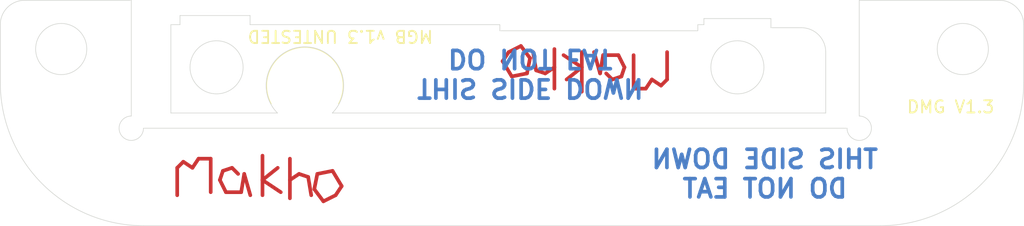
<source format=kicad_pcb>
(kicad_pcb (version 20171130) (host pcbnew "(5.1.6)-1")

  (general
    (thickness 1.6)
    (drawings 42)
    (tracks 0)
    (zones 0)
    (modules 2)
    (nets 1)
  )

  (page A4)
  (layers
    (0 F.Cu signal)
    (31 B.Cu signal)
    (32 B.Adhes user)
    (33 F.Adhes user)
    (34 B.Paste user)
    (35 F.Paste user)
    (36 B.SilkS user)
    (37 F.SilkS user)
    (38 B.Mask user)
    (39 F.Mask user)
    (40 Dwgs.User user)
    (41 Cmts.User user)
    (42 Eco1.User user)
    (43 Eco2.User user)
    (44 Edge.Cuts user)
    (45 Margin user)
    (46 B.CrtYd user)
    (47 F.CrtYd user)
    (48 B.Fab user)
    (49 F.Fab user)
  )

  (setup
    (last_trace_width 0.25)
    (trace_clearance 0.2)
    (zone_clearance 0.508)
    (zone_45_only no)
    (trace_min 0.2)
    (via_size 0.8)
    (via_drill 0.4)
    (via_min_size 0.4)
    (via_min_drill 0.3)
    (uvia_size 0.3)
    (uvia_drill 0.1)
    (uvias_allowed no)
    (uvia_min_size 0.2)
    (uvia_min_drill 0.1)
    (edge_width 0.05)
    (segment_width 0.2)
    (pcb_text_width 0.3)
    (pcb_text_size 1.5 1.5)
    (mod_edge_width 0.12)
    (mod_text_size 1 1)
    (mod_text_width 0.15)
    (pad_size 1.524 1.524)
    (pad_drill 0.762)
    (pad_to_mask_clearance 0.05)
    (aux_axis_origin 0 0)
    (visible_elements 7FFFFFFF)
    (pcbplotparams
      (layerselection 0x010fc_ffffffff)
      (usegerberextensions false)
      (usegerberattributes true)
      (usegerberadvancedattributes true)
      (creategerberjobfile true)
      (excludeedgelayer true)
      (linewidth 0.150000)
      (plotframeref false)
      (viasonmask false)
      (mode 1)
      (useauxorigin false)
      (hpglpennumber 1)
      (hpglpenspeed 20)
      (hpglpendiameter 15.000000)
      (psnegative false)
      (psa4output false)
      (plotreference true)
      (plotvalue true)
      (plotinvisibletext false)
      (padsonsilk false)
      (subtractmaskfromsilk false)
      (outputformat 1)
      (mirror false)
      (drillshape 1)
      (scaleselection 1)
      (outputdirectory ""))
  )

  (net 0 "")

  (net_class Default "This is the default net class."
    (clearance 0.2)
    (trace_width 0.25)
    (via_dia 0.8)
    (via_drill 0.4)
    (uvia_dia 0.3)
    (uvia_drill 0.1)
  )

  (module misc_footprints:makho_fmask (layer F.Cu) (tedit 5E2E043C) (tstamp 5F0A2365)
    (at 16.02 10.75)
    (fp_text reference REF** (at -3 4) (layer F.SilkS) hide
      (effects (font (size 1 1) (thickness 0.15)))
    )
    (fp_text value makho_fmask (at 0 -3.25) (layer F.Fab)
      (effects (font (size 1 1) (thickness 0.15)))
    )
    (fp_line (start 2.75 -1.75) (end 2.75 1.5) (layer F.Mask) (width 0.3))
    (fp_line (start 1.75 -1) (end 0.5 0) (layer F.Mask) (width 0.3))
    (fp_line (start 4.75 0.75) (end 5.5 1.75) (layer F.Mask) (width 0.3))
    (fp_line (start 5.5 1.75) (end 6.5 1.25) (layer F.Mask) (width 0.3))
    (fp_line (start 3.5 -0.5) (end 4.25 -0.25) (layer F.Mask) (width 0.3))
    (fp_line (start 5 -0.5) (end 4.75 0.75) (layer F.Mask) (width 0.3))
    (fp_line (start 2.75 0) (end 3.5 -0.5) (layer F.Mask) (width 0.3))
    (fp_line (start 0.5 0) (end 2 1) (layer F.Mask) (width 0.3))
    (fp_line (start 0.5 -2) (end 0.5 1.25) (layer F.Mask) (width 0.3))
    (fp_line (start -1 -0.5) (end -0.5 1.25) (layer F.Mask) (width 0.3))
    (fp_line (start -3 0) (end -2.5 1) (layer F.Mask) (width 0.3))
    (fp_line (start -2.75 -0.75) (end -3 0) (layer F.Mask) (width 0.3))
    (fp_line (start -3.75 -1.75) (end -3.75 1) (layer F.Mask) (width 0.3))
    (fp_line (start 6.25 -0.75) (end 5 -0.5) (layer F.Mask) (width 0.3))
    (fp_line (start -2.5 1) (end -1.25 1) (layer F.Mask) (width 0.3))
    (fp_line (start 4.25 -0.25) (end 4.5 1.25) (layer F.Mask) (width 0.3))
    (fp_line (start -2 -1) (end -2.75 -0.75) (layer F.Mask) (width 0.3))
    (fp_line (start 6.5 1.25) (end 7 0.5) (layer F.Mask) (width 0.3))
    (fp_line (start -1.25 1) (end -1 -0.5) (layer F.Mask) (width 0.3))
    (fp_line (start -1.5 -0.5) (end -2 -1) (layer F.Mask) (width 0.3))
    (fp_line (start 7 0.5) (end 6.25 -0.75) (layer F.Mask) (width 0.3))
    (fp_line (start -4.75 -1.75) (end -3.75 -1.75) (layer F.Cu) (width 0.3))
    (fp_line (start -6 -1.5) (end -5.25 -1) (layer F.Mask) (width 0.3))
    (fp_line (start -5.25 -1) (end -4.75 -1.75) (layer F.Mask) (width 0.3))
    (fp_line (start -6.5 -1) (end -6 -1.5) (layer F.Mask) (width 0.3))
    (fp_line (start -6.5 1.25) (end -6.5 -1) (layer F.Mask) (width 0.3))
    (fp_line (start -7.5 -2.5) (end -7.5 2.5) (layer Dwgs.User) (width 0.15))
    (fp_line (start -7.5 -2.5) (end 7.5 -2.5) (layer Dwgs.User) (width 0.15))
    (fp_line (start 7.5 2.5) (end 7.5 -2.5) (layer Dwgs.User) (width 0.15))
    (fp_line (start -7.5 2.5) (end 7.5 2.5) (layer Dwgs.User) (width 0.15))
    (fp_line (start -6.5 1.25) (end -6.5 -1) (layer F.Cu) (width 0.3))
    (fp_line (start -6.5 -1) (end -6 -1.5) (layer F.Cu) (width 0.3))
    (fp_line (start -6 -1.5) (end -5.25 -1) (layer F.Cu) (width 0.3))
    (fp_line (start -5.25 -1) (end -4.75 -1.75) (layer F.Cu) (width 0.3))
    (fp_line (start -4.75 -1.75) (end -3.75 -1.75) (layer F.Mask) (width 0.3))
    (fp_line (start -3.75 -1.75) (end -3.75 1) (layer F.Cu) (width 0.3))
    (fp_line (start -1.5 -0.5) (end -2 -1) (layer F.Cu) (width 0.3))
    (fp_line (start -2 -1) (end -2.75 -0.75) (layer F.Cu) (width 0.3))
    (fp_line (start -2.75 -0.75) (end -3 0) (layer F.Cu) (width 0.3))
    (fp_line (start -3 0) (end -2.5 1) (layer F.Cu) (width 0.3))
    (fp_line (start -2.5 1) (end -1.25 1) (layer F.Cu) (width 0.3))
    (fp_line (start -1.25 1) (end -1 -0.5) (layer F.Cu) (width 0.3))
    (fp_line (start -1 -0.5) (end -0.5 1.25) (layer F.Cu) (width 0.3))
    (fp_line (start 0.5 -2) (end 0.5 1.25) (layer F.Cu) (width 0.3))
    (fp_line (start 1.75 -1) (end 0.5 0) (layer F.Cu) (width 0.3))
    (fp_line (start 0.5 0) (end 2 1) (layer F.Cu) (width 0.3))
    (fp_line (start 2.75 -1.75) (end 2.75 1.5) (layer F.Cu) (width 0.3))
    (fp_line (start 2.75 0) (end 3.5 -0.5) (layer F.Cu) (width 0.3))
    (fp_line (start 3.5 -0.5) (end 4.25 -0.25) (layer F.Cu) (width 0.3))
    (fp_line (start 4.25 -0.25) (end 4.5 1.25) (layer F.Cu) (width 0.3))
    (fp_line (start 6.25 -0.75) (end 5 -0.5) (layer F.Cu) (width 0.3))
    (fp_line (start 5 -0.5) (end 4.75 0.75) (layer F.Cu) (width 0.3))
    (fp_line (start 4.75 0.75) (end 5.5 1.75) (layer F.Cu) (width 0.3))
    (fp_line (start 5.5 1.75) (end 6.5 1.25) (layer F.Cu) (width 0.3))
    (fp_line (start 6.5 1.25) (end 7 0.5) (layer F.Cu) (width 0.3))
    (fp_line (start 7 0.5) (end 6.25 -0.75) (layer F.Cu) (width 0.3))
  )

  (module misc_footprints:makho_fmask (layer F.Cu) (tedit 5E2E043C) (tstamp 5F0A227A)
    (at 43.23 1.5 180)
    (fp_text reference REF** (at -3 4) (layer F.SilkS) hide
      (effects (font (size 1 1) (thickness 0.15)))
    )
    (fp_text value makho_fmask (at 0 -3.25) (layer F.Fab)
      (effects (font (size 1 1) (thickness 0.15)))
    )
    (fp_line (start 2.75 -1.75) (end 2.75 1.5) (layer F.Mask) (width 0.3))
    (fp_line (start 1.75 -1) (end 0.5 0) (layer F.Mask) (width 0.3))
    (fp_line (start 4.75 0.75) (end 5.5 1.75) (layer F.Mask) (width 0.3))
    (fp_line (start 5.5 1.75) (end 6.5 1.25) (layer F.Mask) (width 0.3))
    (fp_line (start 3.5 -0.5) (end 4.25 -0.25) (layer F.Mask) (width 0.3))
    (fp_line (start 5 -0.5) (end 4.75 0.75) (layer F.Mask) (width 0.3))
    (fp_line (start 2.75 0) (end 3.5 -0.5) (layer F.Mask) (width 0.3))
    (fp_line (start 0.5 0) (end 2 1) (layer F.Mask) (width 0.3))
    (fp_line (start 0.5 -2) (end 0.5 1.25) (layer F.Mask) (width 0.3))
    (fp_line (start -1 -0.5) (end -0.5 1.25) (layer F.Mask) (width 0.3))
    (fp_line (start -3 0) (end -2.5 1) (layer F.Mask) (width 0.3))
    (fp_line (start -2.75 -0.75) (end -3 0) (layer F.Mask) (width 0.3))
    (fp_line (start -3.75 -1.75) (end -3.75 1) (layer F.Mask) (width 0.3))
    (fp_line (start 6.25 -0.75) (end 5 -0.5) (layer F.Mask) (width 0.3))
    (fp_line (start -2.5 1) (end -1.25 1) (layer F.Mask) (width 0.3))
    (fp_line (start 4.25 -0.25) (end 4.5 1.25) (layer F.Mask) (width 0.3))
    (fp_line (start -2 -1) (end -2.75 -0.75) (layer F.Mask) (width 0.3))
    (fp_line (start 6.5 1.25) (end 7 0.5) (layer F.Mask) (width 0.3))
    (fp_line (start -1.25 1) (end -1 -0.5) (layer F.Mask) (width 0.3))
    (fp_line (start -1.5 -0.5) (end -2 -1) (layer F.Mask) (width 0.3))
    (fp_line (start 7 0.5) (end 6.25 -0.75) (layer F.Mask) (width 0.3))
    (fp_line (start -4.75 -1.75) (end -3.75 -1.75) (layer F.Cu) (width 0.3))
    (fp_line (start -6 -1.5) (end -5.25 -1) (layer F.Mask) (width 0.3))
    (fp_line (start -5.25 -1) (end -4.75 -1.75) (layer F.Mask) (width 0.3))
    (fp_line (start -6.5 -1) (end -6 -1.5) (layer F.Mask) (width 0.3))
    (fp_line (start -6.5 1.25) (end -6.5 -1) (layer F.Mask) (width 0.3))
    (fp_line (start -7.5 -2.5) (end -7.5 2.5) (layer Dwgs.User) (width 0.15))
    (fp_line (start -7.5 -2.5) (end 7.5 -2.5) (layer Dwgs.User) (width 0.15))
    (fp_line (start 7.5 2.5) (end 7.5 -2.5) (layer Dwgs.User) (width 0.15))
    (fp_line (start -7.5 2.5) (end 7.5 2.5) (layer Dwgs.User) (width 0.15))
    (fp_line (start -6.5 1.25) (end -6.5 -1) (layer F.Cu) (width 0.3))
    (fp_line (start -6.5 -1) (end -6 -1.5) (layer F.Cu) (width 0.3))
    (fp_line (start -6 -1.5) (end -5.25 -1) (layer F.Cu) (width 0.3))
    (fp_line (start -5.25 -1) (end -4.75 -1.75) (layer F.Cu) (width 0.3))
    (fp_line (start -4.75 -1.75) (end -3.75 -1.75) (layer F.Mask) (width 0.3))
    (fp_line (start -3.75 -1.75) (end -3.75 1) (layer F.Cu) (width 0.3))
    (fp_line (start -1.5 -0.5) (end -2 -1) (layer F.Cu) (width 0.3))
    (fp_line (start -2 -1) (end -2.75 -0.75) (layer F.Cu) (width 0.3))
    (fp_line (start -2.75 -0.75) (end -3 0) (layer F.Cu) (width 0.3))
    (fp_line (start -3 0) (end -2.5 1) (layer F.Cu) (width 0.3))
    (fp_line (start -2.5 1) (end -1.25 1) (layer F.Cu) (width 0.3))
    (fp_line (start -1.25 1) (end -1 -0.5) (layer F.Cu) (width 0.3))
    (fp_line (start -1 -0.5) (end -0.5 1.25) (layer F.Cu) (width 0.3))
    (fp_line (start 0.5 -2) (end 0.5 1.25) (layer F.Cu) (width 0.3))
    (fp_line (start 1.75 -1) (end 0.5 0) (layer F.Cu) (width 0.3))
    (fp_line (start 0.5 0) (end 2 1) (layer F.Cu) (width 0.3))
    (fp_line (start 2.75 -1.75) (end 2.75 1.5) (layer F.Cu) (width 0.3))
    (fp_line (start 2.75 0) (end 3.5 -0.5) (layer F.Cu) (width 0.3))
    (fp_line (start 3.5 -0.5) (end 4.25 -0.25) (layer F.Cu) (width 0.3))
    (fp_line (start 4.25 -0.25) (end 4.5 1.25) (layer F.Cu) (width 0.3))
    (fp_line (start 6.25 -0.75) (end 5 -0.5) (layer F.Cu) (width 0.3))
    (fp_line (start 5 -0.5) (end 4.75 0.75) (layer F.Cu) (width 0.3))
    (fp_line (start 4.75 0.75) (end 5.5 1.75) (layer F.Cu) (width 0.3))
    (fp_line (start 5.5 1.75) (end 6.5 1.25) (layer F.Cu) (width 0.3))
    (fp_line (start 6.5 1.25) (end 7 0.5) (layer F.Cu) (width 0.3))
    (fp_line (start 7 0.5) (end 6.25 -0.75) (layer F.Cu) (width 0.3))
  )

  (gr_text "THIS SIDE DOWN\nDO NOT EAT" (at 57.75 10.25) (layer B.Cu) (tstamp 5F0A2325)
    (effects (font (size 1.5 1.5) (thickness 0.3)) (justify mirror))
  )
  (gr_text "MGB v1.3 UNTESTED" (at 22.91 -1.04 180) (layer F.SilkS) (tstamp 5F0A22CC)
    (effects (font (size 1 1) (thickness 0.15)))
  )
  (gr_text "THIS SIDE DOWN\nDO NOT EAT" (at 38.5 2 180) (layer B.Cu) (tstamp 5F0A22CB)
    (effects (font (size 1.5 1.5) (thickness 0.3)) (justify mirror))
  )
  (gr_line (start 9 -2) (end 9 5.25) (layer Edge.Cuts) (width 0.05) (tstamp 5F0A22CA))
  (gr_arc (start 60.75 0.25) (end 62.75 0.25) (angle -90) (layer Edge.Cuts) (width 0.05) (tstamp 5F0A22C9))
  (gr_circle (center 12.75 1.5) (end 12.75 -0.68) (layer Edge.Cuts) (width 0.05) (tstamp 5F0A22C8))
  (gr_circle (center 55.5 1.5) (end 55.5 -0.68) (layer Edge.Cuts) (width 0.05) (tstamp 5F0A22C7))
  (gr_line (start 15.5 -2.75) (end 15.5 -2) (layer Edge.Cuts) (width 0.05) (tstamp 5F0A22C6))
  (gr_line (start 36 -2) (end 36 -1.5) (layer Edge.Cuts) (width 0.05) (tstamp 5F0A22C5))
  (gr_arc (start 20 3) (end 22.749999 4.499999) (angle -237.2) (layer F.SilkS) (width 0.05) (tstamp 5F0A22C4))
  (gr_line (start 17.75 5.25) (end 9 5.25) (layer Edge.Cuts) (width 0.05) (tstamp 5F0A22C3))
  (gr_line (start 9.75 -2.75) (end 9.75 -2) (layer Edge.Cuts) (width 0.05) (tstamp 5F0A22C2))
  (gr_line (start 58.25 -1.75) (end 60.75 -1.75) (layer Edge.Cuts) (width 0.05) (tstamp 5F0A22C1))
  (gr_line (start 52.75 -2) (end 52.75 -2.5) (layer Edge.Cuts) (width 0.05) (tstamp 5F0A22C0))
  (gr_line (start 9.75 -2) (end 9 -2) (layer Edge.Cuts) (width 0.05) (tstamp 5F0A22BF))
  (gr_line (start 52.25 -1.5) (end 52.25 -2) (layer Edge.Cuts) (width 0.05) (tstamp 5F0A22BE))
  (gr_line (start 62.75 5.25) (end 22.249999 5.249999) (layer Edge.Cuts) (width 0.05) (tstamp 5F0A22BD))
  (gr_line (start 36 -1.5) (end 52.25 -1.5) (layer Edge.Cuts) (width 0.05) (tstamp 5F0A22BC))
  (gr_arc (start 20 3) (end 22.249999 5.249999) (angle -270) (layer Edge.Cuts) (width 0.05) (tstamp 5F0A22BB))
  (gr_line (start 52.75 -2.5) (end 58.25 -2.5) (layer Edge.Cuts) (width 0.05) (tstamp 5F0A22BA))
  (gr_line (start 15.5 -2) (end 36 -2) (layer Edge.Cuts) (width 0.05) (tstamp 5F0A22B9))
  (gr_line (start 58.25 -2.5) (end 58.25 -1.75) (layer Edge.Cuts) (width 0.05) (tstamp 5F0A22B8))
  (gr_line (start 9.75 -2.75) (end 15.5 -2.75) (layer Edge.Cuts) (width 0.05) (tstamp 5F0A22B7))
  (gr_line (start 62.75 0.25) (end 62.75 5.25) (layer Edge.Cuts) (width 0.05) (tstamp 5F0A22B6))
  (gr_line (start 52.25 -2) (end 52.75 -2) (layer Edge.Cuts) (width 0.05) (tstamp 5F0A22B5))
  (gr_arc (start 77 -2) (end 79 -2) (angle -90) (layer Edge.Cuts) (width 0.05) (tstamp 5EEFC165))
  (gr_arc (start -3 -2) (end -3 -4) (angle -90) (layer Edge.Cuts) (width 0.05))
  (gr_arc (start 5.75 6.5) (end 5.75 5.5) (angle -270) (layer Edge.Cuts) (width 0.05) (tstamp 5EEFC13A))
  (gr_arc (start 65.5 6.5) (end 64.5 6.5) (angle -270) (layer Edge.Cuts) (width 0.05))
  (gr_arc (start 6.75 2.75) (end -5 2.75) (angle -90) (layer Edge.Cuts) (width 0.05) (tstamp 5EEFC0C2))
  (gr_arc (start 67.25 2.75) (end 67.25 14.5) (angle -90) (layer Edge.Cuts) (width 0.05))
  (gr_text "DMG V1.3" (at 73 4.75) (layer F.SilkS)
    (effects (font (size 1 1) (thickness 0.15)))
  )
  (gr_line (start 5.75 -4) (end -3 -4) (layer Edge.Cuts) (width 0.05) (tstamp 5EEFB16D))
  (gr_line (start 65.5 -4) (end 77 -4) (layer Edge.Cuts) (width 0.05) (tstamp 5EEFB167))
  (gr_line (start 6.75 6.5) (end 64.5 6.5) (layer Edge.Cuts) (width 0.05) (tstamp 5EEFB162))
  (gr_line (start 5.75 -4) (end 5.75 5.5) (layer Edge.Cuts) (width 0.05) (tstamp 5EEFB12D))
  (gr_line (start 65.5 -4) (end 65.5 5.5) (layer Edge.Cuts) (width 0.05))
  (gr_line (start 67.25 14.5) (end 6.75 14.5) (layer Edge.Cuts) (width 0.05) (tstamp 5EEFAE44))
  (gr_line (start 79 -2) (end 79 2.75) (layer Edge.Cuts) (width 0.05) (tstamp 5EEFADDE))
  (gr_line (start -5 -2) (end -5 2.75) (layer Edge.Cuts) (width 0.05))
  (gr_circle (center 74 0) (end 76.1 0) (layer Edge.Cuts) (width 0.05) (tstamp 5EEFAD10))
  (gr_circle (center 0 0) (end 2.1 0) (layer Edge.Cuts) (width 0.05))

)

</source>
